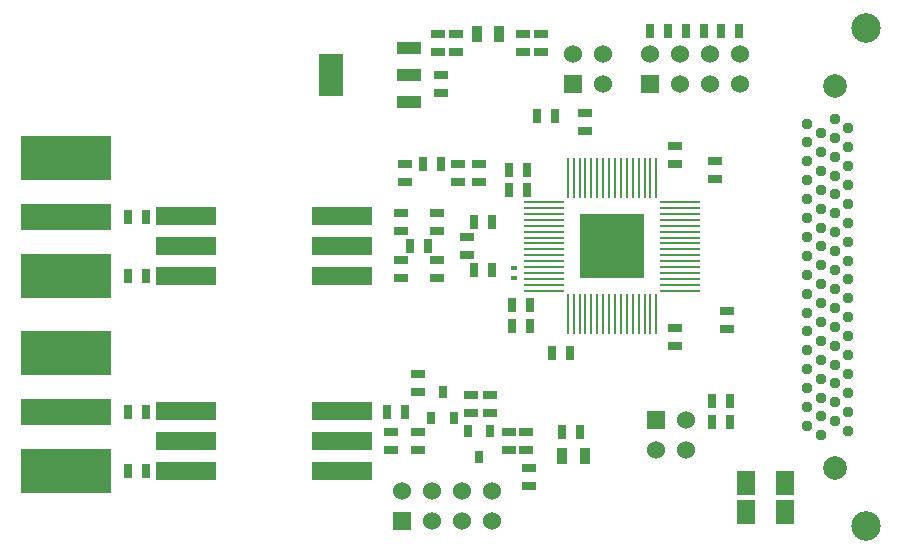
<source format=gts>
G04 (created by PCBNEW (2013-03-31 BZR 4008)-stable) date 16/06/2013 11:35:49 PM*
%MOIN*%
G04 Gerber Fmt 3.4, Leading zero omitted, Abs format*
%FSLAX34Y34*%
G01*
G70*
G90*
G04 APERTURE LIST*
%ADD10C,0.005*%
%ADD11R,0.06X0.08*%
%ADD12R,0.035X0.055*%
%ADD13R,0.045X0.025*%
%ADD14R,0.025X0.045*%
%ADD15R,0.06X0.06*%
%ADD16C,0.06*%
%ADD17R,0.2X0.06*%
%ADD18R,0.216535X0.216535*%
%ADD19R,0.133858X0.00984252*%
%ADD20R,0.00984252X0.133858*%
%ADD21R,0.11811X0.11811*%
%ADD22C,0.0374016*%
%ADD23C,0.0787402*%
%ADD24C,0.0984252*%
%ADD25R,0.0315X0.0394*%
%ADD26R,0.08X0.144*%
%ADD27R,0.08X0.04*%
%ADD28R,0.0236X0.0157*%
%ADD29R,0.3X0.15*%
%ADD30R,0.3X0.09*%
G04 APERTURE END LIST*
G54D10*
G54D11*
X94350Y-66141D03*
X93050Y-66141D03*
X94350Y-65157D03*
X93050Y-65157D03*
G54D12*
X84823Y-50196D03*
X84073Y-50196D03*
G54D13*
X86220Y-50192D03*
X86220Y-50792D03*
G54D14*
X72436Y-58267D03*
X73036Y-58267D03*
X72436Y-56299D03*
X73036Y-56299D03*
G54D13*
X87696Y-52849D03*
X87696Y-53449D03*
X92027Y-55024D03*
X92027Y-54424D03*
X92421Y-59444D03*
X92421Y-60044D03*
X90688Y-54551D03*
X90688Y-53951D03*
X90688Y-60014D03*
X90688Y-60614D03*
X85629Y-50192D03*
X85629Y-50792D03*
X81692Y-54522D03*
X81692Y-55122D03*
G54D14*
X86697Y-52952D03*
X86097Y-52952D03*
X91924Y-62421D03*
X92524Y-62421D03*
X91924Y-63149D03*
X92524Y-63149D03*
X91638Y-50098D03*
X91038Y-50098D03*
X90457Y-50098D03*
X89857Y-50098D03*
X92819Y-50098D03*
X92219Y-50098D03*
G54D13*
X82874Y-51570D03*
X82874Y-52170D03*
X83366Y-50192D03*
X83366Y-50792D03*
G54D14*
X84571Y-58070D03*
X83971Y-58070D03*
X85133Y-54724D03*
X85733Y-54724D03*
X85133Y-55413D03*
X85733Y-55413D03*
X85831Y-59940D03*
X85231Y-59940D03*
X85831Y-59251D03*
X85231Y-59251D03*
X86570Y-60826D03*
X87170Y-60826D03*
G54D13*
X82775Y-50192D03*
X82775Y-50792D03*
X82736Y-56176D03*
X82736Y-56776D03*
X82736Y-57751D03*
X82736Y-58351D03*
G54D14*
X84571Y-56456D03*
X83971Y-56456D03*
G54D13*
X83464Y-54522D03*
X83464Y-55122D03*
G54D14*
X82878Y-54527D03*
X82278Y-54527D03*
G54D13*
X81555Y-56176D03*
X81555Y-56776D03*
X81555Y-57751D03*
X81555Y-58351D03*
X83759Y-56963D03*
X83759Y-57563D03*
G54D14*
X81845Y-57263D03*
X82445Y-57263D03*
G54D13*
X84153Y-54522D03*
X84153Y-55122D03*
G54D15*
X87295Y-51877D03*
G54D16*
X87295Y-50877D03*
X88295Y-51877D03*
X88295Y-50877D03*
G54D17*
X79568Y-57283D03*
X79568Y-56283D03*
X79568Y-58283D03*
X74368Y-56283D03*
X74368Y-57283D03*
X74368Y-58283D03*
X79568Y-63779D03*
X79568Y-62779D03*
X79568Y-64779D03*
X74368Y-62779D03*
X74368Y-63779D03*
X74368Y-64779D03*
G54D12*
X87678Y-64271D03*
X86928Y-64271D03*
G54D14*
X81097Y-62795D03*
X81697Y-62795D03*
X86904Y-63484D03*
X87504Y-63484D03*
G54D13*
X83897Y-62239D03*
X83897Y-62839D03*
X85826Y-64660D03*
X85826Y-65260D03*
X85137Y-63479D03*
X85137Y-64079D03*
X85728Y-63479D03*
X85728Y-64079D03*
X84527Y-62239D03*
X84527Y-62839D03*
X82106Y-63479D03*
X82106Y-64079D03*
X82106Y-61530D03*
X82106Y-62130D03*
G54D14*
X72436Y-64763D03*
X73036Y-64763D03*
X72436Y-62795D03*
X73036Y-62795D03*
G54D13*
X81200Y-63479D03*
X81200Y-64079D03*
G54D15*
X81570Y-66444D03*
G54D16*
X81570Y-65444D03*
X82570Y-66444D03*
X82570Y-65444D03*
X83570Y-66444D03*
X83570Y-65444D03*
X84570Y-66444D03*
X84570Y-65444D03*
G54D15*
X89838Y-51877D03*
G54D16*
X89838Y-50877D03*
X90838Y-51877D03*
X90838Y-50877D03*
X91838Y-51877D03*
X91838Y-50877D03*
X92838Y-51877D03*
X92838Y-50877D03*
G54D15*
X90051Y-63082D03*
G54D16*
X91051Y-63082D03*
X90051Y-64082D03*
X91051Y-64082D03*
G54D18*
X88582Y-57283D03*
G54D19*
X90846Y-57185D03*
X90846Y-56988D03*
X90846Y-56791D03*
X90846Y-56594D03*
X90846Y-56397D03*
X90846Y-56200D03*
X90846Y-56003D03*
X90846Y-55807D03*
X90846Y-57381D03*
X90846Y-57578D03*
X90846Y-57775D03*
X90846Y-57972D03*
X90846Y-58169D03*
X90846Y-58366D03*
X90846Y-58562D03*
X90846Y-58759D03*
G54D20*
X88681Y-59547D03*
X88484Y-59547D03*
X88287Y-59547D03*
X88090Y-59547D03*
X87893Y-59547D03*
X87696Y-59547D03*
X87500Y-59547D03*
X87303Y-59547D03*
X87106Y-59547D03*
X88877Y-59547D03*
X89074Y-59547D03*
X89271Y-59547D03*
X89468Y-59547D03*
X89665Y-59547D03*
X89862Y-59547D03*
X90059Y-59547D03*
X88681Y-55019D03*
X88877Y-55019D03*
X89074Y-55019D03*
X89271Y-55019D03*
X89468Y-55019D03*
X89665Y-55019D03*
X89862Y-55019D03*
X90059Y-55019D03*
X88484Y-55019D03*
X88287Y-55019D03*
X88090Y-55019D03*
X87893Y-55019D03*
X87696Y-55019D03*
X87500Y-55019D03*
X87303Y-55019D03*
X87106Y-55019D03*
G54D19*
X86318Y-57185D03*
X86318Y-56988D03*
X86318Y-56791D03*
X86318Y-56594D03*
X86318Y-56397D03*
X86318Y-56200D03*
X86318Y-56003D03*
X86318Y-55807D03*
X86318Y-57381D03*
X86318Y-57578D03*
X86318Y-57775D03*
X86318Y-57972D03*
X86318Y-58169D03*
X86318Y-58366D03*
X86318Y-58562D03*
X86318Y-58759D03*
G54D21*
X88582Y-57283D03*
G54D22*
X95531Y-63582D03*
X95531Y-62952D03*
X95531Y-62322D03*
X95531Y-61692D03*
X95531Y-61062D03*
X95531Y-60433D03*
X95531Y-59803D03*
X95531Y-59173D03*
X95531Y-58543D03*
X95531Y-57913D03*
X95531Y-57283D03*
X95531Y-56653D03*
X95531Y-56023D03*
X95531Y-55393D03*
X95531Y-54763D03*
X95531Y-54133D03*
X95531Y-53503D03*
X95078Y-53188D03*
X95078Y-53818D03*
X95078Y-54448D03*
X95078Y-55078D03*
X95078Y-55708D03*
X95078Y-56338D03*
X95078Y-56968D03*
X95078Y-57598D03*
X95078Y-58228D03*
X95078Y-58858D03*
X95078Y-59488D03*
X95078Y-60118D03*
X95078Y-60748D03*
X95078Y-61377D03*
X95078Y-62007D03*
X95078Y-62637D03*
X95078Y-63267D03*
X96003Y-63110D03*
X96003Y-62480D03*
X96003Y-61850D03*
X96003Y-61220D03*
X96003Y-60590D03*
X96003Y-59960D03*
X96003Y-59330D03*
X96003Y-58700D03*
X96003Y-58070D03*
X96003Y-57440D03*
X96003Y-56811D03*
X96003Y-56181D03*
X96003Y-55551D03*
X96003Y-54921D03*
X96003Y-54291D03*
X96003Y-53661D03*
X96003Y-53031D03*
X96456Y-53346D03*
X96456Y-53976D03*
X96456Y-54606D03*
X96456Y-55236D03*
X96456Y-55866D03*
X96456Y-56496D03*
X96456Y-57125D03*
X96456Y-57755D03*
X96456Y-58385D03*
X96456Y-59015D03*
X96456Y-59645D03*
X96456Y-60275D03*
X96456Y-60905D03*
X96456Y-61535D03*
X96456Y-62165D03*
X96456Y-62795D03*
X96456Y-63425D03*
G54D23*
X96003Y-64675D03*
X96003Y-51938D03*
G54D24*
X97047Y-66604D03*
X97047Y-50009D03*
G54D25*
X82933Y-62145D03*
X83308Y-63011D03*
X82558Y-63011D03*
X84153Y-64310D03*
X83778Y-63444D03*
X84528Y-63444D03*
G54D26*
X79211Y-51574D03*
G54D27*
X81811Y-51574D03*
X81811Y-50674D03*
X81811Y-52474D03*
G54D28*
X85314Y-58346D03*
X85314Y-57992D03*
G54D29*
X70397Y-54324D03*
G54D30*
X70397Y-56299D03*
G54D29*
X70397Y-58274D03*
X70397Y-60820D03*
G54D30*
X70397Y-62795D03*
G54D29*
X70397Y-64770D03*
M02*

</source>
